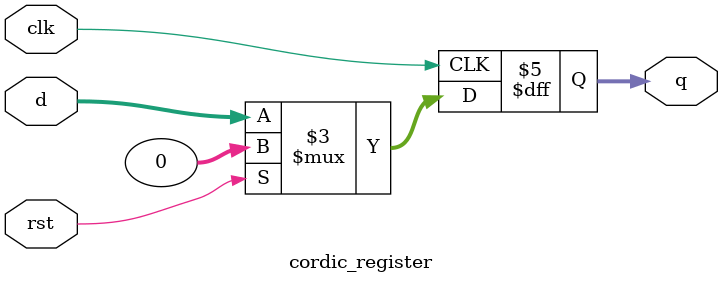
<source format=v>
module cordic_register (
    input  wire        clk,
    input  wire        rst,
    input  wire signed [31:0] d,
    output reg signed [31:0] q
);
    always @(posedge clk) begin
        if (rst)
            q <= 0;
        else
            q <= d;
    end
endmodule

</source>
